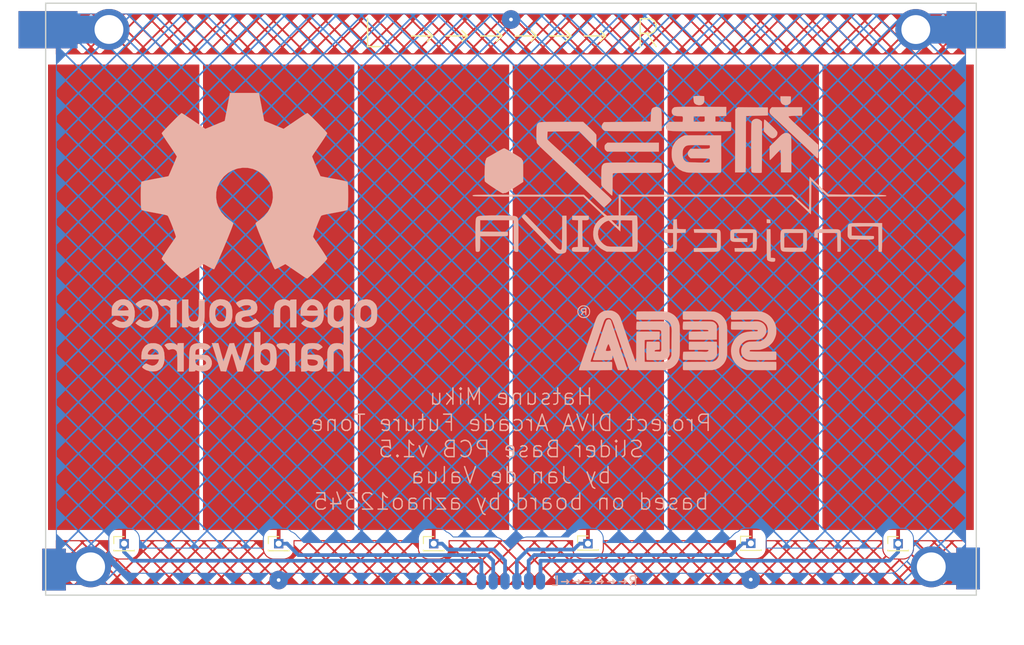
<source format=kicad_pcb>
(kicad_pcb (version 20191123) (host pcbnew "(5.99.0-422-g7c7d9c3e3)")
  (layers (0 "F.Cu" signal) (31 "B.Cu" signal) (34 "B.Paste" user hide) (35 "F.Paste" user hide) (36 "B.SilkS" user) (37 "F.SilkS" user) (38 "B.Mask" user) (39 "F.Mask" user) (44 "Edge.Cuts" user))
  (net 0 "")
  (net 1 "Net-(J1-Pad1)")
  (net 2 "GND")
  (net 3 "Net-(J2-Pad6)")
  (net 4 "Net-(J2-Pad5)")
  (net 5 "Net-(J2-Pad4)")
  (net 6 "Net-(J2-Pad3)")
  (net 7 "Net-(J2-Pad2)")
  (module "MountingHole:MountingHole_2.2mm_M2_Pad" (layer "F.Cu") (at 104.93 165.85 -90)
    (fp_text reference "REF**" hide)
    (fp_text value "MountingHole_2.2mm_M2_Pad")
    (pad "1" thru_hole circle (at -1.65 0 270) (size 4.4 4.4) (drill 3.1) (layers *.Cu *.Mask) (net 2 "GND"))
  )
  (module "MountingHole:MountingHole_2.2mm_M2_Pad" (layer "F.Cu") (at 106.9 107.97 -90)
    (fp_text reference "REF**" hide)
    (fp_text value "MountingHole_2.2mm_M2_Pad")
    (pad "1" thru_hole circle (at -1.5 0 270) (size 4.4 4.4) (drill 3.1) (layers *.Cu *.Mask) (net 2 "GND"))
  )
  (module "MountingHole:MountingHole_2.2mm_M2_Pad" (layer "F.Cu") (at 193.58 108.02 -90)
    (fp_text reference "REF**" hide)
    (fp_text value "MountingHole_2.2mm_M2_Pad")
    (pad "1" thru_hole circle (at -1.54 0 270) (size 4.4 4.4) (drill 3.1) (layers *.Cu *.Mask) (net 2 "GND"))
  )
  (module "Connector_PinHeader_1.27mm:PinHeader_1x01_P1.27mm_Vertical" (layer "F.Cu") (at 175.86 161.68)
    (fp_text reference "J6" hide)
    (fp_text value "Conn_01x01_Male" hide)
    (pad "1" thru_hole rect (at 0 0) (size 1 1) (drill 0.65) (layers *.Cu *.Mask) (net 7 "Net-(J2-Pad2)"))
  )
  (module "Connector_PinHeader_1.27mm:PinHeader_1x01_P1.27mm_Vertical" (layer "F.Cu") (at 141.79 161.71)
    (fp_text reference "J7" hide)
    (fp_text value "Conn_01x01_Male" hide)
    (pad "1" thru_hole rect (at 0 0) (size 1 1) (drill 0.65) (layers *.Cu *.Mask) (net 5 "Net-(J2-Pad4)"))
  )
  (module "Connector_PinHeader_1.27mm:PinHeader_1x01_P1.27mm_Vertical" (layer "F.Cu") (at 108.53 161.71)
    (fp_text reference "J9" hide)
    (fp_text value "Conn_01x01_Male" hide)
    (pad "1" thru_hole rect (at 0 0) (size 1 1) (drill 0.65) (layers *.Cu *.Mask) (net 3 "Net-(J2-Pad6)"))
  )
  (module "Connector_PinHeader_1.27mm:PinHeader_1x01_P1.27mm_Vertical" (layer "F.Cu") (at 125.13 161.71)
    (fp_text reference "J8" hide)
    (fp_text value "Conn_01x01_Male" hide)
    (pad "1" thru_hole rect (at 0 0) (size 1 1) (drill 0.65) (layers *.Cu *.Mask) (net 4 "Net-(J2-Pad5)"))
  )
  (module "Connector_PinHeader_1.27mm:PinHeader_1x01_P1.27mm_Vertical" (layer "F.Cu") (at 158.36 161.64)
    (fp_text reference "J6" hide)
    (fp_text value "Conn_01x01_Male" hide)
    (pad "1" thru_hole rect (at 0 0.07) (size 1 1) (drill 0.65) (layers *.Cu *.Mask) (net 6 "Net-(J2-Pad3)"))
  )
  (module "Connector_PinHeader_1.27mm:PinHeader_1x01_P1.27mm_Vertical" (layer "F.Cu") (at 191.68 161.71)
    (fp_text reference "J1" hide)
    (fp_text value "Conn_01x01_Male" hide)
    (pad "1" thru_hole rect (at 0 0) (size 1 1) (drill 0.65) (layers *.Cu *.Mask) (net 1 "Net-(J1-Pad1)"))
  )
  (module "testlibrary:blob" (layer "B.Cu") (at 196.66 167.425 -90)
    (fp_text reference "REF**" hide)
    (fp_text value "blob")
    (pad "1" connect rect (at -3.05 -2.54 270) (size 4.5 2.54) (layers "B.Cu" "B.Mask") (net 2 "GND"))
  )
  (module "testlibrary:blob" (layer "F.Cu") (at 98.46 164.46 90)
    (fp_text reference "REF**" hide)
    (fp_text value "blob")
    (pad "1" connect rect (at -0.04 2.54 90) (size 4.5 2.54) (layers "F.Cu" "F.Mask") (net 2 "GND"))
  )
  (module "testlibrary:blob" (layer "F.Cu") (at 200.05 108.46 180)
    (fp_text reference "REF**" hide)
    (fp_text value "blob")
    (pad "1" connect rect (at 0 1.96 180) (size 6.35 4) (layers "F.Cu" "F.Mask") (net 2 "GND"))
  )
  (module "testlibrary:blob" (layer "F.Cu") (at 100.35 108.51 180)
    (fp_text reference "REF**" hide)
    (fp_text value "blob")
    (pad "1" connect rect (at 0 2.01 180) (size 6.35 4) (layers "F.Cu" "F.Mask") (net 2 "GND"))
  )
  (module "project diva logo:segalogo" (layer "B.Cu") (at 168 139.6 180)
    (fp_text reference "G***" hide)
    (fp_text value "LOGO" hide)
  )
  (module "project diva logo:projectdivalogo" (layer "B.Cu") (at 168.37 122.44 180)
    (fp_text reference "G***" hide)
    (fp_text value "LOGO" hide)
  )
  (module "Symbol:OSHW-Logo_28.5x30mm_SilkScreen" (layer "B.Cu") (at 121.49 128.24 180)
    (fp_text reference "REF**" hide)
    (fp_text value "OSHW-Logo_28.5x30mm_SilkScreen" hide)
  )
  (module "testlibrary:testtt" (layer "B.Cu") (at 155.8 165.74 90)
    (fp_text reference "J2" hide)
    (fp_text value "Conn_01x06_Male")
    (pad "6" smd oval (at 0 -8.89 90) (size 1.8 1) (layers "B.Cu" "B.Paste" "B.Mask") (net 3 "Net-(J2-Pad6)"))
    (pad "5" smd oval (at 0 -7.62 90) (size 1.8 1) (layers "B.Cu" "B.Paste" "B.Mask") (net 4 "Net-(J2-Pad5)"))
    (pad "4" smd oval (at 0 -6.35 90) (size 1.8 1) (layers "B.Cu" "B.Paste" "B.Mask") (net 5 "Net-(J2-Pad4)"))
    (pad "3" connect oval (at 0 -5.08 90) (size 1.8 1) (layers "B.Cu" "B.Mask") (net 6 "Net-(J2-Pad3)"))
    (pad "2" connect oval (at 0 -3.81 90) (size 1.8 1) (layers "B.Cu" "B.Mask") (net 7 "Net-(J2-Pad2)"))
    (pad "1" connect oval (at 0 -2.54 90) (size 1.8 1) (layers "B.Cu" "B.Mask") (net 1 "Net-(J1-Pad1)"))
  )
  (module "testlibrary:sensorg" (layer "F.Cu") (at 201.838 150.48 -90)
    (fp_text reference "U1" hide)
    (fp_text value "testsensorg")
    (pad "1" connect rect (at -15.24 10.158 270) (size 50 16.256) (layers "F.Cu") (net 1 "Net-(J1-Pad1)"))
  )
  (module "testlibrary:sensorg" (layer "F.Cu") (at 168.564 150.48 -90)
    (fp_text reference "U2" hide)
    (fp_text value "testsensorg")
    (pad "1" connect rect (at -15.24 10.16 270) (size 50 16.256) (layers "F.Cu") (net 6 "Net-(J2-Pad3)"))
  )
  (module "testlibrary:sensorg" (layer "F.Cu") (at 135.29 150.48 -90)
    (fp_text reference "U3" hide)
    (fp_text value "testsensorg")
    (pad "1" connect rect (at -15.24 10.16 270) (size 50 16.256) (layers "F.Cu") (net 4 "Net-(J2-Pad5)"))
  )
  (module "testlibrary:sensorg" (layer "F.Cu") (at 185.201 150.48 -90)
    (fp_text reference "U4" hide)
    (fp_text value "testsensorg")
    (pad "1" connect rect (at -15.24 10.16 270) (size 50 16.256) (layers "F.Cu") (net 7 "Net-(J2-Pad2)"))
  )
  (module "testlibrary:sensorg" (layer "F.Cu") (at 151.927 150.48 -90)
    (fp_text reference "U5" hide)
    (fp_text value "testsensorg")
    (pad "1" connect rect (at -15.24 10.16 270) (size 50 16.256) (layers "F.Cu") (net 5 "Net-(J2-Pad4)"))
  )
  (module "testlibrary:sensorg" (layer "F.Cu") (at 118.653 150.48 -90)
    (fp_text reference "U6" hide)
    (fp_text value "testsensorg")
    (pad "1" connect rect (at -15.24 10.173 270) (size 50 16.256) (layers "F.Cu") (net 3 "Net-(J2-Pad6)"))
  )
  (module "testlibrary:blob" (layer "F.Cu") (at 196.65 161.33 90)
    (fp_text reference "REF**" hide)
    (fp_text value "blob")
    (pad "1" connect rect (at -3.05 2.54 90) (size 4.5 2.54) (layers "F.Cu" "F.Mask") (net 2 "GND"))
  )
  (module "testlibrary:blob" (layer "B.Cu") (at 98.46 164.54 -90)
    (fp_text reference "REF**" hide)
    (fp_text value "blob")
    (pad "1" connect rect (at -0.04 -2.54 270) (size 4.5 2.54) (layers "B.Cu" "B.Mask") (net 2 "GND"))
  )
  (module "testlibrary:blob" (layer "B.Cu") (at 200.06 104.54 180)
    (fp_text reference "REF**" hide)
    (fp_text value "blob")
    (pad "1" connect rect (at 0 -1.96 180) (size 6.35 4) (layers "B.Cu" "B.Mask") (net 2 "GND"))
  )
  (module "testlibrary:blob" (layer "B.Cu") (at 100.35 104.49 180)
    (fp_text reference "REF**" hide)
    (fp_text value "blob")
    (pad "1" connect rect (at 0 -2.01 180) (size 6.35 4) (layers "B.Cu" "B.Mask") (net 2 "GND"))
  )
  (module "MountingHole:MountingHole_2.2mm_M2_Pad" (layer "F.Cu") (at 195.24 165.95 -90)
    (fp_text reference "REF**" hide)
    (fp_text value "MountingHole_2.2mm_M2_Pad")
    (pad "1" thru_hole circle (at -1.75 0 270) (size 4.4 4.4) (drill 3.1) (layers *.Cu *.Mask) (net 2 "GND"))
  )
  (gr_text "Hatsune Miku\nProject DIVA Arcade Future Tone\nSlider Base PCB v1.5\nby Jan de Valua\nbased on board by azhao12345" (at 150.1 151.56) (layer "B.SilkS") (effects (font (size 1.75 1.75)) (justify mirror)))
  (gr_text "L →→→→→→ R" (at 150.11 106.93) (layer "F.SilkS") (effects (font (size 3 3))))
  (gr_text "R←←←←←←L" (at 159.09 165.72) (layer "B.SilkS") (effects (font (size 1 1)) (justify mirror)))
  (gr_line (start 100.1 103.65) (end 200.075 103.65) (layer "Edge.Cuts") (width 0.15))
  (gr_line (start 100.1 167.24) (end 100.1 103.65) (layer "Edge.Cuts") (width 0.15))
  (gr_line (start 200.075 103.65) (end 200.075 167.24) (layer "Edge.Cuts") (width 0.15))
  (gr_line (start 200.075 167.24) (end 100.1 167.24) (layer "Edge.Cuts") (width 0.15))
  (segment (start 191.678 135.24) (end 191.678 152.451002) (width 0.4) (layer "F.Cu") (net 1))
  (segment (start 153.26 163.54) (end 153.26 165.74) (width 0.4) (layer "B.Cu") (net 1))
  (segment (start 175.041 135.24) (end 175.041 152.451002) (width 0.4) (layer "F.Cu") (net 7))
  (segment (start 150.72 163.54) (end 150.72 165.74) (width 0.4) (layer "B.Cu") (net 6))
  (segment (start 149.45 163.54) (end 149.45 165.74) (width 0.4) (layer "B.Cu") (net 5))
  (segment (start 148.18 163.54) (end 148.18 165.74) (width 0.4) (layer "B.Cu") (net 4))
  (segment (start 146.91 163.54) (end 146.91 165.74) (width 0.4) (layer "B.Cu") (net 3))
  (segment (start 101.94901 106.426) (end 101.87501 106.5) (width 3) (layer "F.Cu") (net 2))
  (segment (start 191.68 135.24) (end 191.68 156.87) (width 0.25) (layer "F.Cu") (net 1))
  (segment (start 151.99 164.59) (end 151.99 165.74) (width 0.25) (layer "B.Cu") (net 7))
  (segment (start 151.99 164.067524) (end 151.99 164.59) (width 0.25) (layer "B.Cu") (net 7))
  (segment (start 191.68 161.71) (end 191.68 135.24) (width 0.4) (layer "F.Cu") (net 1))
  (segment (start 175.86 136.059) (end 175.041 135.24) (width 0.4) (layer "F.Cu") (net 7))
  (segment (start 175.86 161.68) (end 175.86 136.059) (width 0.4) (layer "F.Cu") (net 7))
  (segment (start 158.36 135.284) (end 158.404 135.24) (width 0.4) (layer "F.Cu") (net 6))
  (segment (start 158.36 161.71) (end 158.36 135.284) (width 0.4) (layer "F.Cu") (net 6))
  (segment (start 141.79 135.263) (end 141.767 135.24) (width 0.4) (layer "F.Cu") (net 5))
  (segment (start 141.79 161.71) (end 141.79 135.263) (width 0.4) (layer "F.Cu") (net 5))
  (segment (start 125.13 160.81) (end 125.13 135.24) (width 0.4) (layer "F.Cu") (net 4))
  (segment (start 125.13 161.71) (end 125.13 160.81) (width 0.4) (layer "F.Cu") (net 4))
  (segment (start 108.53 135.29) (end 108.48 135.24) (width 0.4) (layer "F.Cu") (net 3))
  (segment (start 108.53 161.71) (end 108.53 135.29) (width 0.4) (layer "F.Cu") (net 3))
  (segment (start 190.75 163.54) (end 153.26 163.54) (width 0.4) (layer "B.Cu") (net 1))
  (segment (start 191.68 162.61) (end 190.75 163.54) (width 0.4) (layer "B.Cu") (net 1))
  (segment (start 191.68 161.71) (end 191.68 162.61) (width 0.4) (layer "B.Cu") (net 1))
  (segment (start 151.92002 162.33998) (end 150.72 163.54) (width 0.4) (layer "B.Cu") (net 6))
  (segment (start 156.83002 162.33998) (end 151.92002 162.33998) (width 0.4) (layer "B.Cu") (net 6))
  (segment (start 157.46 161.71) (end 156.83002 162.33998) (width 0.4) (layer "B.Cu") (net 6))
  (segment (start 158.36 161.71) (end 157.46 161.71) (width 0.4) (layer "B.Cu") (net 6))
  (segment (start 109.46 163.54) (end 146.91 163.54) (width 0.4) (layer "B.Cu") (net 3))
  (segment (start 108.53 162.61) (end 109.46 163.54) (width 0.4) (layer "B.Cu") (net 3))
  (segment (start 108.53 161.71) (end 108.53 162.61) (width 0.4) (layer "B.Cu") (net 3))
  (segment (start 147.57999 162.93999) (end 148.18 163.54) (width 0.4) (layer "B.Cu") (net 4))
  (segment (start 148.24998 162.33998) (end 149.45 163.54) (width 0.4) (layer "B.Cu") (net 5))
  (segment (start 143.31998 162.33998) (end 148.24998 162.33998) (width 0.4) (layer "B.Cu") (net 5))
  (segment (start 142.69 161.71) (end 143.31998 162.33998) (width 0.4) (layer "B.Cu") (net 5))
  (segment (start 141.79 161.71) (end 142.69 161.71) (width 0.4) (layer "B.Cu") (net 5))
  (segment (start 100.64901 106.426) (end 100.57501 106.5) (width 0.4) (layer "B.Cu") (net 2))
  (segment (start 103.758731 106.5) (end 101.87501 106.5) (width 3) (layer "F.Cu") (net 2))
  (segment (start 106.9 106.47) (end 103.788731 106.47) (width 3) (layer "F.Cu") (net 2))
  (segment (start 103.788731 106.47) (end 103.758731 106.5) (width 3) (layer "F.Cu") (net 2))
  (segment (start 198.28999 106.49) (end 198.29999 106.5) (width 3) (layer "F.Cu") (net 2))
  (segment (start 103.758731 106.5) (end 101.87501 106.5) (width 3) (layer "B.Cu") (net 2))
  (segment (start 106.9 106.47) (end 103.788731 106.47) (width 3) (layer "B.Cu") (net 2))
  (segment (start 103.788731 106.47) (end 103.758731 106.5) (width 3) (layer "B.Cu") (net 2))
  (segment (start 126.03 161.71) (end 126.04 161.7) (width 0.4) (layer "B.Cu") (net 4))
  (segment (start 125.13 161.71) (end 126.03 161.71) (width 0.4) (layer "B.Cu") (net 4))
  (segment (start 127.25999 162.93999) (end 147.57999 162.93999) (width 0.4) (layer "B.Cu") (net 4))
  (segment (start 126.03 161.71) (end 127.25999 162.93999) (width 0.4) (layer "B.Cu") (net 4))
  (segment (start 151.99 163.54) (end 151.99 165.74) (width 0.4) (layer "B.Cu") (net 7))
  (segment (start 173.70001 162.93999) (end 152.59001 162.93999) (width 0.4) (layer "B.Cu") (net 7))
  (segment (start 152.59001 162.93999) (end 151.99 163.54) (width 0.4) (layer "B.Cu") (net 7))
  (segment (start 174.96 161.68) (end 173.70001 162.93999) (width 0.4) (layer "B.Cu") (net 7))
  (segment (start 175.86 161.68) (end 174.96 161.68) (width 0.4) (layer "B.Cu") (net 7))
  (segment (start 198.27999 106.48) (end 198.29999 106.5) (width 3) (layer "B.Cu") (net 2))
  (segment (start 193.58 106.48) (end 198.27999 106.48) (width 3) (layer "B.Cu") (net 2))
  (segment (start 198.27999 106.48) (end 198.29999 106.5) (width 3) (layer "F.Cu") (net 2))
  (segment (start 193.58 106.48) (end 198.27999 106.48) (width 3) (layer "F.Cu") (net 2))
  (segment (start 198.29999 164.2) (end 198.29999 164.38) (width 3) (layer "F.Cu") (net 2))
  (segment (start 195.24 164.2) (end 198.29999 164.2) (width 3) (layer "F.Cu") (net 2))
  (segment (start 198.29999 164.2) (end 198.29999 164.375) (width 3) (layer "B.Cu") (net 2))
  (segment (start 195.24 164.2) (end 198.29999 164.2) (width 3) (layer "B.Cu") (net 2))
  (segment (start 101.87501 164.2) (end 101.87501 164.5) (width 3) (layer "B.Cu") (net 2))
  (segment (start 104.93 164.2) (end 101.87501 164.2) (width 3) (layer "B.Cu") (net 2))
  (segment (start 102.17501 164.2) (end 101.87501 164.5) (width 3) (layer "F.Cu") (net 2))
  (segment (start 104.93 164.2) (end 102.17501 164.2) (width 3) (layer "F.Cu") (net 2))
  (via micro (at 150.09 105.4) (size 2) (drill 0.4) (layers "F.Cu" "B.Cu") (net 2))
  (via micro (at 125.13 165.62) (size 2) (drill 0.4) (layers "F.Cu" "B.Cu") (net 2))
  (via micro (at 175.85 165.57) (size 2) (drill 0.4) (layers "F.Cu" "B.Cu") (net 2))
  (zone (net 2) (net_name "GND") (layer "F.Cu") (connect_pads yes (clearance 1.1)) (min_thickness 0.0254) (fill yes (mode hatch) (thermal_gap 0.508) (thermal_bridge_width 0.508) (hatch_thickness 0.1778) (hatch_gap 1.143) (hatch_orientation 45))
    (polygon (pts (xy 100.076 103.632) (xy 200.025 103.632) (xy 200.025 167.259) (xy 100.076 167.259)))
  )
  (zone (net 2) (net_name "GND") (layer "B.Cu") (connect_pads yes (clearance 1.1)) (min_thickness 0.0254) (fill yes (mode hatch) (thermal_gap 0.508) (thermal_bridge_width 0.508) (hatch_thickness 0.1778) (hatch_gap 1.778) (hatch_orientation 45))
    (polygon (pts (xy 100.106 103.613) (xy 200.055 103.613) (xy 200.055 167.24) (xy 100.106 167.24)))
  )
  (zone (net 2) (net_name "GND") (layer "F.Cu") (connect_pads yes (clearance 1.1)) (min_thickness 0.0254) (fill yes (mode hatch) (thermal_gap 0.508) (thermal_bridge_width 0.508) (hatch_thickness 0.1778) (hatch_gap 1.143) (hatch_orientation 45))
    (polygon (pts (xy 200.08 167.24) (xy 100.11 167.24) (xy 100.11 103.66) (xy 200.08 103.66)))
  )
)
</source>
